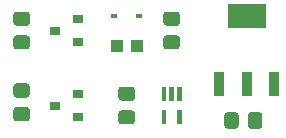
<source format=gtp>
G04 #@! TF.GenerationSoftware,KiCad,Pcbnew,(5.1.12)-1*
G04 #@! TF.CreationDate,2023-02-16T22:18:36+00:00*
G04 #@! TF.ProjectId,battery,62617474-6572-4792-9e6b-696361645f70,v01*
G04 #@! TF.SameCoordinates,Original*
G04 #@! TF.FileFunction,Paste,Top*
G04 #@! TF.FilePolarity,Positive*
%FSLAX46Y46*%
G04 Gerber Fmt 4.6, Leading zero omitted, Abs format (unit mm)*
G04 Created by KiCad (PCBNEW (5.1.12)-1) date 2023-02-16 22:18:36*
%MOMM*%
%LPD*%
G01*
G04 APERTURE LIST*
%ADD10R,0.900000X0.800000*%
%ADD11R,0.600000X0.450000*%
%ADD12R,1.100000X1.000000*%
%ADD13R,0.950000X2.150000*%
%ADD14R,3.250000X2.150000*%
G04 APERTURE END LIST*
G36*
G01*
X122390000Y-131795000D02*
X122750000Y-131795000D01*
G75*
G02*
X122770000Y-131815000I0J-20000D01*
G01*
X122770000Y-132965000D01*
G75*
G02*
X122750000Y-132985000I-20000J0D01*
G01*
X122390000Y-132985000D01*
G75*
G02*
X122370000Y-132965000I0J20000D01*
G01*
X122370000Y-131815000D01*
G75*
G02*
X122390000Y-131795000I20000J0D01*
G01*
G37*
G36*
G01*
X121740000Y-131795000D02*
X122100000Y-131795000D01*
G75*
G02*
X122120000Y-131815000I0J-20000D01*
G01*
X122120000Y-132965000D01*
G75*
G02*
X122100000Y-132985000I-20000J0D01*
G01*
X121740000Y-132985000D01*
G75*
G02*
X121720000Y-132965000I0J20000D01*
G01*
X121720000Y-131815000D01*
G75*
G02*
X121740000Y-131795000I20000J0D01*
G01*
G37*
G36*
G01*
X121090000Y-131795000D02*
X121450000Y-131795000D01*
G75*
G02*
X121470000Y-131815000I0J-20000D01*
G01*
X121470000Y-132965000D01*
G75*
G02*
X121450000Y-132985000I-20000J0D01*
G01*
X121090000Y-132985000D01*
G75*
G02*
X121070000Y-132965000I0J20000D01*
G01*
X121070000Y-131815000D01*
G75*
G02*
X121090000Y-131795000I20000J0D01*
G01*
G37*
G36*
G01*
X121090000Y-133715000D02*
X121450000Y-133715000D01*
G75*
G02*
X121470000Y-133735000I0J-20000D01*
G01*
X121470000Y-134885000D01*
G75*
G02*
X121450000Y-134905000I-20000J0D01*
G01*
X121090000Y-134905000D01*
G75*
G02*
X121070000Y-134885000I0J20000D01*
G01*
X121070000Y-133735000D01*
G75*
G02*
X121090000Y-133715000I20000J0D01*
G01*
G37*
G36*
G01*
X122390000Y-133715000D02*
X122750000Y-133715000D01*
G75*
G02*
X122770000Y-133735000I0J-20000D01*
G01*
X122770000Y-134885000D01*
G75*
G02*
X122750000Y-134905000I-20000J0D01*
G01*
X122390000Y-134905000D01*
G75*
G02*
X122370000Y-134885000I0J20000D01*
G01*
X122370000Y-133735000D01*
G75*
G02*
X122390000Y-133715000I20000J0D01*
G01*
G37*
D10*
X112030000Y-127000000D03*
X114030000Y-126050000D03*
X114030000Y-127950000D03*
D11*
X119160000Y-125730000D03*
X117060000Y-125730000D03*
D10*
X114030000Y-134300000D03*
X114030000Y-132400000D03*
X112030000Y-133350000D03*
D12*
X117260000Y-128270000D03*
X118960000Y-128270000D03*
G36*
G01*
X122370001Y-126600000D02*
X121469999Y-126600000D01*
G75*
G02*
X121220000Y-126350001I0J249999D01*
G01*
X121220000Y-125649999D01*
G75*
G02*
X121469999Y-125400000I249999J0D01*
G01*
X122370001Y-125400000D01*
G75*
G02*
X122620000Y-125649999I0J-249999D01*
G01*
X122620000Y-126350001D01*
G75*
G02*
X122370001Y-126600000I-249999J0D01*
G01*
G37*
G36*
G01*
X122370001Y-128600000D02*
X121469999Y-128600000D01*
G75*
G02*
X121220000Y-128350001I0J249999D01*
G01*
X121220000Y-127649999D01*
G75*
G02*
X121469999Y-127400000I249999J0D01*
G01*
X122370001Y-127400000D01*
G75*
G02*
X122620000Y-127649999I0J-249999D01*
G01*
X122620000Y-128350001D01*
G75*
G02*
X122370001Y-128600000I-249999J0D01*
G01*
G37*
G36*
G01*
X108769999Y-125400000D02*
X109670001Y-125400000D01*
G75*
G02*
X109920000Y-125649999I0J-249999D01*
G01*
X109920000Y-126350001D01*
G75*
G02*
X109670001Y-126600000I-249999J0D01*
G01*
X108769999Y-126600000D01*
G75*
G02*
X108520000Y-126350001I0J249999D01*
G01*
X108520000Y-125649999D01*
G75*
G02*
X108769999Y-125400000I249999J0D01*
G01*
G37*
G36*
G01*
X108769999Y-127400000D02*
X109670001Y-127400000D01*
G75*
G02*
X109920000Y-127649999I0J-249999D01*
G01*
X109920000Y-128350001D01*
G75*
G02*
X109670001Y-128600000I-249999J0D01*
G01*
X108769999Y-128600000D01*
G75*
G02*
X108520000Y-128350001I0J249999D01*
G01*
X108520000Y-127649999D01*
G75*
G02*
X108769999Y-127400000I249999J0D01*
G01*
G37*
G36*
G01*
X109670001Y-132680000D02*
X108769999Y-132680000D01*
G75*
G02*
X108520000Y-132430001I0J249999D01*
G01*
X108520000Y-131729999D01*
G75*
G02*
X108769999Y-131480000I249999J0D01*
G01*
X109670001Y-131480000D01*
G75*
G02*
X109920000Y-131729999I0J-249999D01*
G01*
X109920000Y-132430001D01*
G75*
G02*
X109670001Y-132680000I-249999J0D01*
G01*
G37*
G36*
G01*
X109670001Y-134680000D02*
X108769999Y-134680000D01*
G75*
G02*
X108520000Y-134430001I0J249999D01*
G01*
X108520000Y-133729999D01*
G75*
G02*
X108769999Y-133480000I249999J0D01*
G01*
X109670001Y-133480000D01*
G75*
G02*
X109920000Y-133729999I0J-249999D01*
G01*
X109920000Y-134430001D01*
G75*
G02*
X109670001Y-134680000I-249999J0D01*
G01*
G37*
G36*
G01*
X117659999Y-131750000D02*
X118560001Y-131750000D01*
G75*
G02*
X118810000Y-131999999I0J-249999D01*
G01*
X118810000Y-132700001D01*
G75*
G02*
X118560001Y-132950000I-249999J0D01*
G01*
X117659999Y-132950000D01*
G75*
G02*
X117410000Y-132700001I0J249999D01*
G01*
X117410000Y-131999999D01*
G75*
G02*
X117659999Y-131750000I249999J0D01*
G01*
G37*
G36*
G01*
X117659999Y-133750000D02*
X118560001Y-133750000D01*
G75*
G02*
X118810000Y-133999999I0J-249999D01*
G01*
X118810000Y-134700001D01*
G75*
G02*
X118560001Y-134950000I-249999J0D01*
G01*
X117659999Y-134950000D01*
G75*
G02*
X117410000Y-134700001I0J249999D01*
G01*
X117410000Y-133999999D01*
G75*
G02*
X117659999Y-133750000I249999J0D01*
G01*
G37*
G36*
G01*
X129600000Y-134169999D02*
X129600000Y-135070001D01*
G75*
G02*
X129350001Y-135320000I-249999J0D01*
G01*
X128649999Y-135320000D01*
G75*
G02*
X128400000Y-135070001I0J249999D01*
G01*
X128400000Y-134169999D01*
G75*
G02*
X128649999Y-133920000I249999J0D01*
G01*
X129350001Y-133920000D01*
G75*
G02*
X129600000Y-134169999I0J-249999D01*
G01*
G37*
G36*
G01*
X127600000Y-134169999D02*
X127600000Y-135070001D01*
G75*
G02*
X127350001Y-135320000I-249999J0D01*
G01*
X126649999Y-135320000D01*
G75*
G02*
X126400000Y-135070001I0J249999D01*
G01*
X126400000Y-134169999D01*
G75*
G02*
X126649999Y-133920000I249999J0D01*
G01*
X127350001Y-133920000D01*
G75*
G02*
X127600000Y-134169999I0J-249999D01*
G01*
G37*
D13*
X125970000Y-131530000D03*
X128270000Y-131530000D03*
X130570000Y-131530000D03*
D14*
X128270000Y-125730000D03*
M02*

</source>
